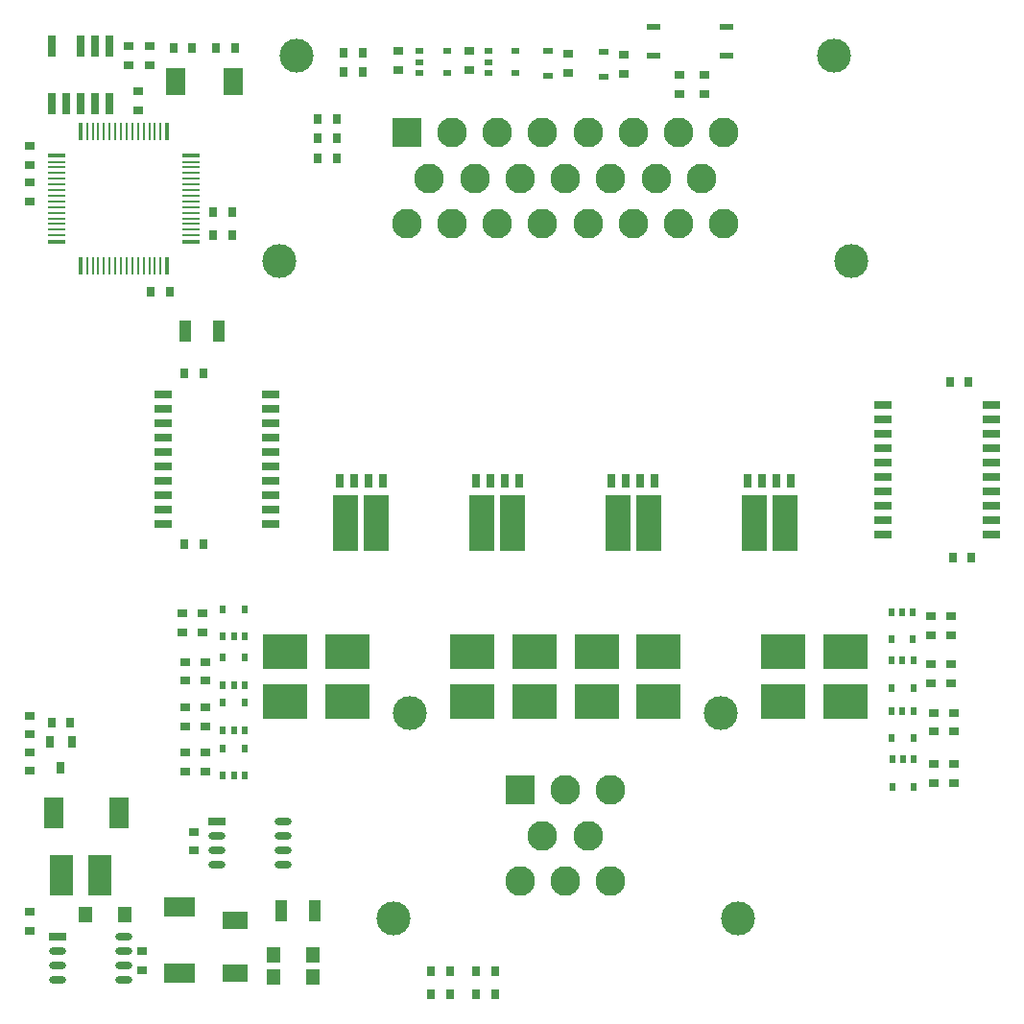
<source format=gts>
G04 #@! TF.GenerationSoftware,KiCad,Pcbnew,(2017-01-11 revision e99b79c)-master*
G04 #@! TF.CreationDate,2017-03-26T11:11:03+03:00*
G04 #@! TF.ProjectId,msb,6D73622E6B696361645F706362000000,rev?*
G04 #@! TF.FileFunction,Soldermask,Top*
G04 #@! TF.FilePolarity,Negative*
%FSLAX46Y46*%
G04 Gerber Fmt 4.6, Leading zero omitted, Abs format (unit mm)*
G04 Created by KiCad (PCBNEW (2017-01-11 revision e99b79c)-master) date Sun Mar 26 11:11:03 2017*
%MOMM*%
%LPD*%
G01*
G04 APERTURE LIST*
%ADD10C,0.100000*%
%ADD11R,0.500000X0.800000*%
%ADD12R,4.000000X3.100000*%
%ADD13R,0.939800X0.762000*%
%ADD14R,0.762000X0.939800*%
%ADD15R,0.650000X1.200000*%
%ADD16R,2.300000X5.000000*%
%ADD17R,2.700000X1.800000*%
%ADD18R,2.000000X3.600000*%
%ADD19R,1.297940X1.399540*%
%ADD20O,1.524000X0.635000*%
%ADD21R,1.524000X0.635000*%
%ADD22R,0.398780X1.498600*%
%ADD23R,0.279400X1.498600*%
%ADD24R,1.498600X0.398780*%
%ADD25R,1.498600X0.279400*%
%ADD26R,2.623820X2.623820*%
%ADD27C,2.623820*%
%ADD28C,2.999740*%
%ADD29R,1.800000X2.700000*%
%ADD30R,0.830000X0.630000*%
%ADD31R,2.179320X1.617980*%
%ADD32R,0.998220X1.899920*%
%ADD33R,0.635000X1.905000*%
%ADD34R,1.524000X0.762000*%
%ADD35R,0.800000X0.500000*%
%ADD36R,0.647700X1.049020*%
%ADD37R,1.699260X2.397760*%
%ADD38R,1.200000X0.500000*%
G04 APERTURE END LIST*
D10*
D11*
X137800000Y-113700000D03*
X138750000Y-113700000D03*
X139700000Y-113700000D03*
X139700000Y-111300000D03*
X137800000Y-111300000D03*
D12*
X159750000Y-106800000D03*
X159750000Y-111200000D03*
D13*
X134250000Y-105088200D03*
X134250000Y-103411800D03*
D14*
X156161800Y-137000000D03*
X157838200Y-137000000D03*
D13*
X134500000Y-111661800D03*
X134500000Y-113338200D03*
X134500000Y-117338200D03*
X134500000Y-115661800D03*
D14*
X161838200Y-137000000D03*
X160161800Y-137000000D03*
D11*
X137800000Y-115300000D03*
X139700000Y-115300000D03*
X139700000Y-117700000D03*
X138750000Y-117700000D03*
X137800000Y-117700000D03*
X137800000Y-109700000D03*
X138750000Y-109700000D03*
X139700000Y-109700000D03*
X139700000Y-107300000D03*
X137800000Y-107300000D03*
D15*
X151905000Y-91675000D03*
X150635000Y-91675000D03*
X149365000Y-91675000D03*
X148095000Y-91675000D03*
D16*
X151350000Y-95425000D03*
X148650000Y-95425000D03*
D11*
X137800000Y-103050000D03*
X139700000Y-103050000D03*
X139700000Y-105450000D03*
X138750000Y-105450000D03*
X137800000Y-105450000D03*
D14*
X157838200Y-135000000D03*
X156161800Y-135000000D03*
X161838200Y-135000000D03*
X160161800Y-135000000D03*
D13*
X136250000Y-111661800D03*
X136250000Y-113338200D03*
X134500000Y-109338200D03*
X134500000Y-107661800D03*
D12*
X148750000Y-111200000D03*
X148750000Y-106800000D03*
D17*
X134000000Y-135100000D03*
X134000000Y-129300000D03*
D18*
X126950000Y-126500000D03*
X123550000Y-126500000D03*
D13*
X136000000Y-105088200D03*
X136000000Y-103411800D03*
X136250000Y-117338200D03*
X136250000Y-115661800D03*
D19*
X145765300Y-135500000D03*
X142234700Y-135500000D03*
D14*
X136088200Y-82250000D03*
X134411800Y-82250000D03*
D12*
X143250000Y-106800000D03*
X143250000Y-111200000D03*
D14*
X136088200Y-97250000D03*
X134411800Y-97250000D03*
D19*
X145765300Y-133500000D03*
X142234700Y-133500000D03*
D13*
X136250000Y-109338200D03*
X136250000Y-107661800D03*
D12*
X165250000Y-111200000D03*
X165250000Y-106800000D03*
D13*
X135250000Y-124338200D03*
X135250000Y-122661800D03*
D14*
X147838200Y-61500000D03*
X146161800Y-61500000D03*
D13*
X131300000Y-55038200D03*
X131300000Y-53361800D03*
X129450000Y-53373600D03*
X129450000Y-55050000D03*
X178050000Y-55900000D03*
X178050000Y-57576400D03*
D20*
X143092000Y-121750000D03*
X143092000Y-123020000D03*
X143092000Y-124290000D03*
X143092000Y-125560000D03*
X137250000Y-125560000D03*
X137250000Y-124290000D03*
X137250000Y-123020000D03*
D21*
X137250000Y-121750000D03*
D22*
X125240000Y-72697880D03*
D23*
X125801340Y-72697880D03*
X126301720Y-72697880D03*
X126802100Y-72697880D03*
X127302480Y-72697880D03*
X127800320Y-72697880D03*
X128300700Y-72697880D03*
X128801080Y-72697880D03*
X129298920Y-72697880D03*
X129799300Y-72697880D03*
X130299680Y-72697880D03*
X130797520Y-72697880D03*
X131297900Y-72697880D03*
X131798280Y-72697880D03*
X132298660Y-72697880D03*
D22*
X132860000Y-72697880D03*
D24*
X134947880Y-70610000D03*
D25*
X134947880Y-70048660D03*
X134947880Y-69548280D03*
X134947880Y-69047900D03*
X134947880Y-68547520D03*
X134947880Y-68049680D03*
X134947880Y-67549300D03*
X134947880Y-67048920D03*
X134947880Y-66551080D03*
X134947880Y-66050700D03*
X134947880Y-65550320D03*
X134947880Y-65052480D03*
X134947880Y-64552100D03*
X134947880Y-64051720D03*
X134947880Y-63551340D03*
D24*
X134947880Y-62990000D03*
D22*
X132860000Y-60902120D03*
D23*
X132298660Y-60902120D03*
X131798280Y-60902120D03*
X131297900Y-60902120D03*
X130797520Y-60902120D03*
X130299680Y-60902120D03*
X129799300Y-60902120D03*
X129298920Y-60902120D03*
X128801080Y-60902120D03*
X128300700Y-60902120D03*
X127800320Y-60902120D03*
X127302480Y-60902120D03*
X126802100Y-60902120D03*
X126301720Y-60902120D03*
X125801340Y-60902120D03*
D22*
X125240000Y-60902120D03*
D24*
X123152120Y-62990000D03*
D25*
X123152120Y-63551340D03*
X123152120Y-64051720D03*
X123152120Y-64552100D03*
X123152120Y-65052480D03*
X123152120Y-65550320D03*
X123152120Y-66050700D03*
X123152120Y-66551080D03*
X123152120Y-67048920D03*
X123152120Y-67549300D03*
X123152120Y-68049680D03*
X123152120Y-68547520D03*
X123152120Y-69047900D03*
X123152120Y-69548280D03*
X123152120Y-70048660D03*
D24*
X123152120Y-70610000D03*
D26*
X164002040Y-119002040D03*
D27*
X168000000Y-119002040D03*
X171997960Y-119002040D03*
X166001020Y-123000000D03*
X169998980Y-123000000D03*
X164002040Y-126997960D03*
X168000000Y-126997960D03*
X171997960Y-126997960D03*
D28*
X154301780Y-112202460D03*
X181698220Y-112202460D03*
X183199360Y-130299960D03*
X152800640Y-130299960D03*
X193199340Y-72299960D03*
X142800660Y-72299960D03*
X191698200Y-54202460D03*
X144301800Y-54202460D03*
D27*
X181997940Y-68997960D03*
X177999980Y-68997960D03*
X173999480Y-68997960D03*
X169998980Y-68997960D03*
X166001020Y-68997960D03*
X162000520Y-68997960D03*
X158000020Y-68997960D03*
X154002060Y-68997960D03*
X179998960Y-65000000D03*
X175998460Y-65000000D03*
X171997960Y-65000000D03*
X168000000Y-65000000D03*
X164002040Y-65000000D03*
X160001540Y-65000000D03*
X156001040Y-65000000D03*
X181997940Y-61002040D03*
X177999980Y-61002040D03*
X173999480Y-61002040D03*
X169998980Y-61002040D03*
X166001020Y-61002040D03*
X162000520Y-61002040D03*
X158000020Y-61002040D03*
D26*
X154002060Y-61002040D03*
D13*
X120750000Y-129711800D03*
X120750000Y-131388200D03*
D29*
X122850000Y-121000000D03*
X128650000Y-121000000D03*
D14*
X122661800Y-113000000D03*
X124338200Y-113000000D03*
D13*
X120750000Y-65411800D03*
X120750000Y-67088200D03*
X120750000Y-63838200D03*
X120750000Y-62161800D03*
D14*
X131411800Y-75000000D03*
X133088200Y-75000000D03*
X136911800Y-68000000D03*
X138588200Y-68000000D03*
D13*
X130300000Y-57361800D03*
X130300000Y-59038200D03*
D14*
X137161800Y-53500000D03*
X138838200Y-53500000D03*
X133411800Y-53500000D03*
X135088200Y-53500000D03*
X203588200Y-83000000D03*
X201911800Y-83000000D03*
X202161800Y-98500000D03*
X203838200Y-98500000D03*
D13*
X202250000Y-112161800D03*
X202250000Y-113838200D03*
X202250000Y-118338200D03*
X202250000Y-116661800D03*
X202000000Y-107911800D03*
X202000000Y-109588200D03*
X202000000Y-105338200D03*
X202000000Y-103661800D03*
D30*
X171400000Y-53835000D03*
X171400000Y-56065000D03*
X166500000Y-53735000D03*
X166500000Y-55965000D03*
D31*
X138850000Y-135098700D03*
X138850000Y-130501300D03*
D19*
X129165300Y-129950000D03*
X125634700Y-129950000D03*
D13*
X120750000Y-112411800D03*
X120750000Y-114088200D03*
D32*
X134451400Y-78500000D03*
X137448600Y-78500000D03*
X145898600Y-129600000D03*
X142901400Y-129600000D03*
D33*
X127790000Y-53350000D03*
X127790000Y-58430000D03*
X126520000Y-53350000D03*
X126520000Y-58430000D03*
X125250000Y-53350000D03*
X125250000Y-58430000D03*
X123980000Y-58430000D03*
X122710000Y-53350000D03*
X122710000Y-58430000D03*
D14*
X147838200Y-59750000D03*
X146161800Y-59750000D03*
X148461800Y-55650000D03*
X150138200Y-55650000D03*
D13*
X173150000Y-55788200D03*
X173150000Y-54111800D03*
D14*
X150138200Y-53900000D03*
X148461800Y-53900000D03*
D13*
X168250000Y-55688200D03*
X168250000Y-54011800D03*
X120784274Y-115633385D03*
X120784274Y-117309785D03*
X180300000Y-57576400D03*
X180300000Y-55900000D03*
X200500000Y-113838200D03*
X200500000Y-112161800D03*
D12*
X176250000Y-111200000D03*
X176250000Y-106800000D03*
D13*
X200500000Y-116661800D03*
X200500000Y-118338200D03*
D12*
X170750000Y-106800000D03*
X170750000Y-111200000D03*
D13*
X200250000Y-109588200D03*
X200250000Y-107911800D03*
D12*
X192750000Y-106800000D03*
X192750000Y-111200000D03*
D13*
X200250000Y-105338200D03*
X200250000Y-103661800D03*
D12*
X187250000Y-106800000D03*
X187250000Y-111200000D03*
D13*
X159500000Y-55438200D03*
X159500000Y-53761800D03*
X153250000Y-55438200D03*
X153250000Y-53761800D03*
D34*
X196046340Y-84993946D03*
X196046340Y-86263946D03*
X196046340Y-87533946D03*
X196046340Y-88803946D03*
X196046340Y-90073946D03*
X196046340Y-91343946D03*
X196046340Y-92613946D03*
X196046340Y-93883946D03*
X196046340Y-95153946D03*
X196046340Y-96423946D03*
X205571340Y-96423946D03*
X205571340Y-95153946D03*
X205571340Y-93883946D03*
X205571340Y-92613946D03*
X205571340Y-91343946D03*
X205571340Y-90073946D03*
X205571340Y-88803946D03*
X205571340Y-87533946D03*
X205571340Y-86263946D03*
X205571340Y-84993946D03*
D16*
X184650000Y-95425000D03*
X187350000Y-95425000D03*
D15*
X184095000Y-91675000D03*
X185365000Y-91675000D03*
X186635000Y-91675000D03*
X187905000Y-91675000D03*
X175905000Y-91675000D03*
X174635000Y-91675000D03*
X173365000Y-91675000D03*
X172095000Y-91675000D03*
D16*
X175350000Y-95425000D03*
X172650000Y-95425000D03*
D11*
X198702755Y-112024160D03*
X197752755Y-112024160D03*
X196802755Y-112024160D03*
X196802755Y-114424160D03*
X198702755Y-114424160D03*
X198762755Y-118684160D03*
X196862755Y-118684160D03*
X196862755Y-116284160D03*
X197812755Y-116284160D03*
X198762755Y-116284160D03*
X198700000Y-107550000D03*
X197750000Y-107550000D03*
X196800000Y-107550000D03*
X196800000Y-109950000D03*
X198700000Y-109950000D03*
X198662755Y-105684160D03*
X196762755Y-105684160D03*
X196762755Y-103284160D03*
X197712755Y-103284160D03*
X198662755Y-103284160D03*
D35*
X161212755Y-53794160D03*
X161212755Y-54744160D03*
X161212755Y-55694160D03*
X163612755Y-55694160D03*
X163612755Y-53794160D03*
X157550000Y-53800000D03*
X157550000Y-55700000D03*
X155150000Y-55700000D03*
X155150000Y-54750000D03*
X155150000Y-53800000D03*
D21*
X123179000Y-131895000D03*
D20*
X123179000Y-133165000D03*
X123179000Y-134435000D03*
X123179000Y-135705000D03*
X129021000Y-135705000D03*
X129021000Y-134435000D03*
X129021000Y-133165000D03*
X129021000Y-131895000D03*
D36*
X124449960Y-114750000D03*
X122550040Y-114750000D03*
X123500000Y-117046160D03*
D37*
X138701564Y-56500000D03*
X133621564Y-56500000D03*
D13*
X130650000Y-133211800D03*
X130650000Y-134888200D03*
D38*
X182200000Y-54190000D03*
X182200000Y-51650000D03*
X175800000Y-51650000D03*
X175800000Y-54190000D03*
D34*
X142012500Y-95515000D03*
X142012500Y-94245000D03*
X142012500Y-92975000D03*
X142012500Y-91705000D03*
X142012500Y-90435000D03*
X142012500Y-89165000D03*
X142012500Y-87895000D03*
X142012500Y-86625000D03*
X142012500Y-85355000D03*
X142012500Y-84085000D03*
X132487500Y-84085000D03*
X132487500Y-85355000D03*
X132487500Y-86625000D03*
X132487500Y-87895000D03*
X132487500Y-89165000D03*
X132487500Y-90435000D03*
X132487500Y-91705000D03*
X132487500Y-92975000D03*
X132487500Y-94245000D03*
X132487500Y-95515000D03*
D15*
X163905000Y-91675000D03*
X162635000Y-91675000D03*
X161365000Y-91675000D03*
X160095000Y-91675000D03*
D16*
X163350000Y-95425000D03*
X160650000Y-95425000D03*
D14*
X136911800Y-70000000D03*
X138588200Y-70000000D03*
X146161800Y-63250000D03*
X147838200Y-63250000D03*
M02*

</source>
